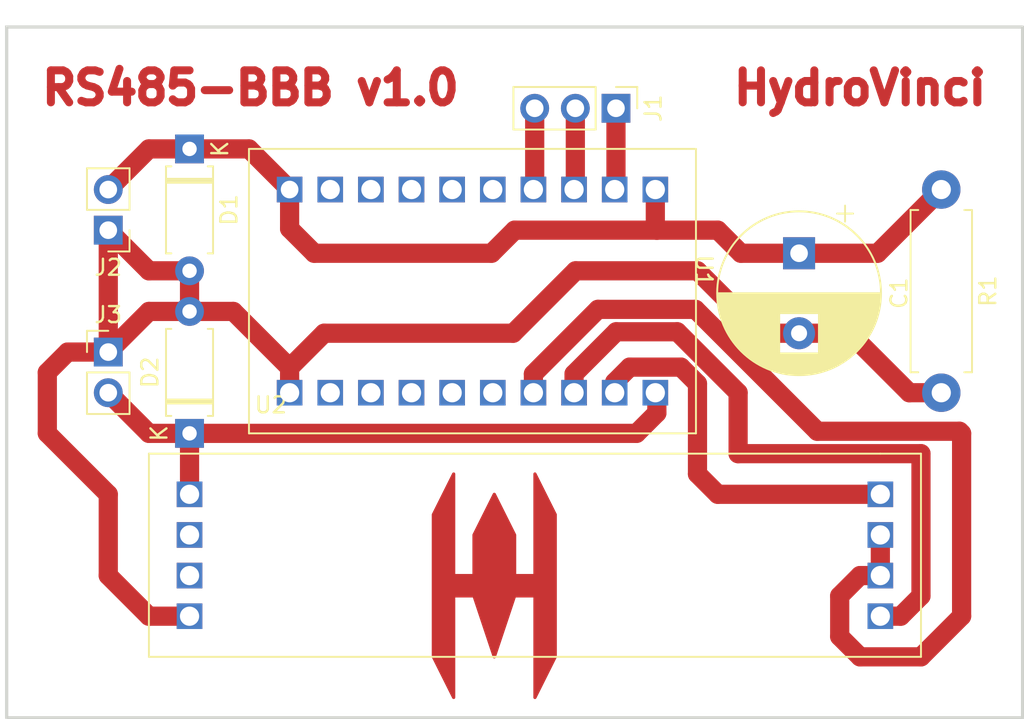
<source format=kicad_pcb>
(kicad_pcb (version 20211014) (generator pcbnew)
  (layers (0 "F.Cu" signal) (31 "B.Cu" signal) (34 "B.Paste" user) (35 "F.Paste" user) (36 "B.SilkS" user "B.Silkscreen") (37 "F.SilkS" user "F.Silkscreen") (38 "B.Mask" user) (39 "F.Mask" user) (44 "Edge.Cuts" user))
  (net 0 "")
  (net 1 "+3.3V")
  (net 2 "GND")
  (net 3 "Net-(J1-Pad1)")
  (net 4 "Net-(J1-Pad2)")
  (net 5 "Net-(J1-Pad3)")
  (net 6 "+5V")
  (net 7 "/TX")
  (net 8 "/RX")
  (net 9 "/ENABLE")
  (footprint "Connector_PinHeader_2.54mm:PinHeader_1x02_P2.54mm_Vertical" (layer "F.Cu") (at 153.67 106.68 180)
    (fp_text reference "J2" (at 0 -2.33) (layer "F.SilkS"))
    (fp_text value "Conn_01x02_Male")
    (fp_line (start -1.33 1.27) (end 1.33 1.27) (layer "F.SilkS") (width 0.12))
    (fp_line (start -1.33 1.27) (end -1.33 3.87) (layer "F.SilkS") (width 0.12))
    (fp_line (start -1.33 -1.33) (end 0 -1.33) (layer "F.SilkS") (width 0.12))
    (fp_line (start -1.33 0) (end -1.33 -1.33) (layer "F.SilkS") (width 0.12))
    (fp_line (start -1.33 3.87) (end 1.33 3.87) (layer "F.SilkS") (width 0.12))
    (fp_line (start 1.33 1.27) (end 1.33 3.87) (layer "F.SilkS") (width 0.12))
    (pad "1" thru_hole rect (at 0 0 180) (size 1.8 1.8) (drill 1.1) (layers *.Cu *.Mask) (net 2 "GND"))
    (pad "2" thru_hole oval (at 0 2.54 180) (size 1.8 1.8) (drill 1.1) (layers *.Cu *.Mask) (net 1 "+3.3V"))
  )
  (footprint "Diode_THT:D_A-405_P7.62mm_Horizontal" (layer "F.Cu") (at 158.75 101.6 -90)
    (fp_text reference "D1" (at 3.81 -2.47 90) (layer "F.SilkS"))
    (fp_text value "D")
    (fp_text user "K" (at 0 -1.9 90) (layer "F.SilkS"))
    (fp_line (start 1.09 -1.47) (end 6.53 -1.47) (layer "F.SilkS") (width 0.12))
    (fp_line (start 1.09 1.14) (end 1.09 1.47) (layer "F.SilkS") (width 0.12))
    (fp_line (start 2.11 -1.47) (end 2.11 1.47) (layer "F.SilkS") (width 0.12))
    (fp_line (start 1.09 1.47) (end 6.53 1.47) (layer "F.SilkS") (width 0.12))
    (fp_line (start 1.87 -1.47) (end 1.87 1.47) (layer "F.SilkS") (width 0.12))
    (fp_line (start 1.99 -1.47) (end 1.99 1.47) (layer "F.SilkS") (width 0.12))
    (fp_line (start 1.09 -1.14) (end 1.09 -1.47) (layer "F.SilkS") (width 0.12))
    (fp_line (start 6.53 -1.47) (end 6.53 -1.14) (layer "F.SilkS") (width 0.12))
    (fp_line (start 6.53 1.47) (end 6.53 1.14) (layer "F.SilkS") (width 0.12))
    (pad "1" thru_hole rect (at 0 0 270) (size 1.8 1.8) (drill 0.9) (layers *.Cu *.Mask) (net 1 "+3.3V"))
    (pad "2" thru_hole oval (at 7.62 0 270) (size 1.8 1.8) (drill 0.9) (layers *.Cu *.Mask) (net 2 "GND"))
  )
  (footprint "Resistor_THT:R_Axial_DIN0411_L9.9mm_D3.6mm_P12.70mm_Horizontal" (layer "F.Cu") (at 205.74 104.14 -90)
    (fp_text reference "R1" (at 6.35 -2.92 90) (layer "F.SilkS"))
    (fp_text value "R")
    (fp_line (start 11.42 -1.92) (end 11.42 -1.44) (layer "F.SilkS") (width 0.12))
    (fp_line (start 1.28 -1.92) (end 11.42 -1.92) (layer "F.SilkS") (width 0.12))
    (fp_line (start 1.28 1.92) (end 11.42 1.92) (layer "F.SilkS") (width 0.12))
    (fp_line (start 1.28 1.44) (end 1.28 1.92) (layer "F.SilkS") (width 0.12))
    (fp_line (start 11.42 1.92) (end 11.42 1.44) (layer "F.SilkS") (width 0.12))
    (fp_line (start 1.28 -1.44) (end 1.28 -1.92) (layer "F.SilkS") (width 0.12))
    (pad "1" thru_hole circle (at 0 0 270) (size 2.4 2.4) (drill 1.2) (layers *.Cu *.Mask) (net 1 "+3.3V"))
    (pad "2" thru_hole oval (at 12.7 0 270) (size 2.4 2.4) (drill 1.2) (layers *.Cu *.Mask) (net 2 "GND"))
  )
  (footprint "custom:D0010" (layer "F.Cu") (at 190.405 109.22 -90)
    (fp_text reference "U1" (at 0 -0.5 -90 unlocked) (layer "F.SilkS"))
    (fp_text value "D0010")
    (fp_line (start 10.16 27.94) (end -7.62 27.94) (layer "F.SilkS") (width 0.12))
    (fp_line (start -7.62 0) (end 10.16 0) (layer "F.SilkS") (width 0.12))
    (fp_line (start 10.16 0) (end 10.16 27.94) (layer "F.SilkS") (width 0.12))
    (fp_line (start -7.62 27.94) (end -7.62 0) (layer "F.SilkS") (width 0.12))
    (pad "1" thru_hole rect (at -5.08 2.54 270) (size 1.6 1.6) (drill 1.2) (layers *.Cu *.Mask) (net 1 "+3.3V"))
    (pad "2" thru_hole rect (at -5.08 5.08 270) (size 1.6 1.6) (drill 1.2) (layers *.Cu *.Mask) (net 3 "Net-(J1-Pad1)"))
    (pad "3" thru_hole rect (at -5.08 7.62 270) (size 1.6 1.6) (drill 1.2) (layers *.Cu *.Mask) (net 4 "Net-(J1-Pad2)"))
    (pad "4" thru_hole rect (at -5.08 10.16 270) (size 1.6 1.6) (drill 1.2) (layers *.Cu *.Mask) (net 5 "Net-(J1-Pad3)"))
    (pad "5" thru_hole rect (at -5.08 12.7 270) (size 1.6 1.6) (drill 1.2) (layers *.Cu *.Mask))
    (pad "6" thru_hole rect (at -5.08 15.24 270) (size 1.6 1.6) (drill 1.2) (layers *.Cu *.Mask))
    (pad "7" thru_hole rect (at -5.08 17.78 270) (size 1.6 1.6) (drill 1.2) (layers *.Cu *.Mask))
    (pad "8" thru_hole rect (at -5.08 20.32 270) (size 1.6 1.6) (drill 1.2) (layers *.Cu *.Mask))
    (pad "9" thru_hole rect (at -5.08 22.86 270) (size 1.6 1.6) (drill 1.2) (layers *.Cu *.Mask))
    (pad "10" thru_hole rect (at -5.08 25.4 270) (size 1.6 1.6) (drill 1.1) (layers *.Cu *.Mask) (net 1 "+3.3V"))
    (pad "11" thru_hole rect (at 7.62 2.54 270) (size 1.6 1.6) (drill 1.2) (layers *.Cu *.Mask) (net 6 "+5V"))
    (pad "12" thru_hole rect (at 7.62 5.08 270) (size 1.6 1.6) (drill 1.2) (layers *.Cu *.Mask) (net 7 "/TX"))
    (pad "13" thru_hole rect (at 7.62 7.62 270) (size 1.6 1.6) (drill 1.2) (layers *.Cu *.Mask) (net 8 "/RX"))
    (pad "14" thru_hole rect (at 7.62 10.16 270) (size 1.6 1.6) (drill 1.2) (layers *.Cu *.Mask) (net 9 "/ENABLE"))
    (pad "15" thru_hole rect (at 7.62 12.7 270) (size 1.6 1.6) (drill 1.2) (layers *.Cu *.Mask))
    (pad "16" thru_hole rect (at 7.62 15.24 270) (size 1.6 1.6) (drill 1.2) (layers *.Cu *.Mask))
    (pad "17" thru_hole rect (at 7.62 17.78 270) (size 1.6 1.6) (drill 1.2) (layers *.Cu *.Mask))
    (pad "18" thru_hole rect (at 7.62 20.32 270) (size 1.6 1.6) (drill 1.2) (layers *.Cu *.Mask))
    (pad "19" thru_hole rect (at 7.62 22.86 270) (size 1.6 1.6) (drill 1.2) (layers *.Cu *.Mask))
    (pad "20" thru_hole rect (at 7.62 25.4 270) (size 1.6 1.6) (drill 1.2) (layers *.Cu *.Mask) (net 2 "GND"))
  )
  (footprint "Connector_PinHeader_2.54mm:PinHeader_1x03_P2.54mm_Vertical" (layer "F.Cu") (at 185.405 99.06 -90)
    (fp_text reference "J1" (at 0 -2.33 90) (layer "F.SilkS"))
    (fp_text value "Conn_01x03_Male")
    (fp_line (start -1.33 0) (end -1.33 -1.33) (layer "F.SilkS") (width 0.12))
    (fp_line (start -1.33 -1.33) (end 0 -1.33) (layer "F.SilkS") (width 0.12))
    (fp_line (start -1.33 6.41) (end 1.33 6.41) (layer "F.SilkS") (width 0.12))
    (fp_line (start 1.33 1.27) (end 1.33 6.41) (layer "F.SilkS") (width 0.12))
    (fp_line (start -1.33 1.27) (end -1.33 6.41) (layer "F.SilkS") (width 0.12))
    (fp_line (start -1.33 1.27) (end 1.33 1.27) (layer "F.SilkS") (width 0.12))
    (pad "1" thru_hole rect (at 0 0 270) (size 1.8 1.8) (drill 1.1) (layers *.Cu *.Mask) (net 3 "Net-(J1-Pad1)"))
    (pad "2" thru_hole oval (at 0 2.54 270) (size 1.8 1.8) (drill 1.1) (layers *.Cu *.Mask) (net 4 "Net-(J1-Pad2)"))
    (pad "3" thru_hole oval (at 0 5.08 270) (size 1.8 1.8) (drill 1.1) (layers *.Cu *.Mask) (net 5 "Net-(J1-Pad3)"))
  )
  (footprint "Capacitor_THT:CP_Radial_D10.0mm_P5.00mm" (layer "F.Cu") (at 196.85 108.1223 -90)
    (fp_text reference "C1" (at 2.5 -6.25 90) (layer "F.SilkS"))
    (fp_text value "C")
    (fp_line (start 5.581 1.241) (end 5.581 4.05) (layer "F.SilkS") (width 0.12))
    (fp_line (start 4.541 1.241) (end 4.541 4.657) (layer "F.SilkS") (width 0.12))
    (fp_line (start 6.741 -2.83) (end 6.741 2.83) (layer "F.SilkS") (width 0.12))
    (fp_line (start 5.061 1.241) (end 5.061 4.395) (layer "F.SilkS") (width 0.12))
    (fp_line (start 2.78 -5.073) (end 2.78 5.073) (layer "F.SilkS") (width 0.12))
    (fp_line (start 3.981 -4.862) (end 3.981 -1.241) (layer "F.SilkS") (width 0.12))
    (fp_line (start 4.781 1.241) (end 4.781 4.545) (layer "F.SilkS") (width 0.12))
    (fp_line (start 3.301 -5.018) (end 3.301 5.018) (layer "F.SilkS") (width 0.12))
    (fp_line (start 4.741 1.241) (end 4.741 4.564) (layer "F.SilkS") (width 0.12))
    (fp_line (start 7.101 -2.209) (end 7.101 2.209) (layer "F.SilkS") (width 0.12))
    (fp_line (start 3.02 -5.054) (end 3.02 5.054) (layer "F.SilkS") (width 0.12))
    (fp_line (start 6.101 1.241) (end 6.101 3.601) (layer "F.SilkS") (width 0.12))
    (fp_line (start 3.901 -4.885) (end 3.901 -1.241) (layer "F.SilkS") (width 0.12))
    (fp_line (start 6.221 -3.478) (end 6.221 -1.241) (layer "F.SilkS") (width 0.12))
    (fp_line (start 2.62 -5.079) (end 2.62 5.079) (layer "F.SilkS") (width 0.12))
    (fp_line (start 4.261 1.241) (end 4.261 4.768) (layer "F.SilkS") (width 0.12))
    (fp_line (start 7.261 -1.846) (end 7.261 1.846) (layer "F.SilkS") (width 0.12))
    (fp_line (start 3.541 -4.974) (end 3.541 4.974) (layer "F.SilkS") (width 0.12))
    (fp_line (start 5.381 -4.194) (end 5.381 -1.241) (layer "F.SilkS") (width 0.12))
    (fp_line (start 4.061 1.241) (end 4.061 4.837) (layer "F.SilkS") (width 0.12))
    (fp_line (start 2.54 -5.08) (end 2.54 5.08) (layer "F.SilkS") (width 0.12))
    (fp_line (start 5.141 1.241) (end 5.141 4.347) (layer "F.SilkS") (width 0.12))
    (fp_line (start 5.701 1.241) (end 5.701 3.957) (layer "F.SilkS") (width 0.12))
    (fp_line (start 5.261 -4.273) (end 5.261 -1.241) (layer "F.SilkS") (width 0.12))
    (fp_line (start 3.981 1.241) (end 3.981 4.862) (layer "F.SilkS") (width 0.12))
    (fp_line (start 6.901 -2.579) (end 6.901 2.579) (layer "F.SilkS") (width 0.12))
    (fp_line (start 2.9 -5.065) (end 2.9 5.065) (layer "F.SilkS") (width 0.12))
    (fp_line (start 4.621 1.241) (end 4.621 4.621) (layer "F.SilkS") (width 0.12))
    (fp_line (start 5.341 -4.221) (end 5.341 -1.241) (layer "F.SilkS") (width 0.12))
    (fp_line (start 5.181 1.241) (end 5.181 4.323) (layer "F.SilkS") (width 0.12))
    (fp_line (start 6.261 -3.436) (end 6.261 3.436) (layer "F.SilkS") (width 0.12))
    (fp_line (start 2.94 -5.062) (end 2.94 5.062) (layer "F.SilkS") (width 0.12))
    (fp_line (start 5.941 -3.753) (end 5.941 -1.241) (layer "F.SilkS") (width 0.12))
    (fp_line (start 5.261 1.241) (end 5.261 4.273) (layer "F.SilkS") (width 0.12))
    (fp_line (start 4.701 -4.584) (end 4.701 -1.241) (layer "F.SilkS") (width 0.12))
    (fp_line (start 6.021 -3.679) (end 6.021 -1.241) (layer "F.SilkS") (width 0.12))
    (fp_line (start 3.421 -4.997) (end 3.421 4.997) (layer "F.SilkS") (width 0.12))
    (fp_line (start 6.381 -3.301) (end 6.381 3.301) (layer "F.SilkS") (width 0.12))
    (fp_line (start 4.661 -4.603) (end 4.661 -1.241) (layer "F.SilkS") (width 0.12))
    (fp_line (start 5.661 -3.989) (end 5.661 -1.241) (layer "F.SilkS") (width 0.12))
    (fp_line (start 7.541 -0.862) (end 7.541 0.862) (layer "F.SilkS") (width 0.12))
    (fp_line (start 4.581 -4.639) (end 4.581 -1.241) (layer "F.SilkS") (width 0.12))
    (fp_line (start 3.18 -5.035) (end 3.18 5.035) (layer "F.SilkS") (width 0.12))
    (fp_line (start 7.221 -1.944) (end 7.221 1.944) (layer "F.SilkS") (width 0.12))
    (fp_line (start 5.981 -3.716) (end 5.981 -1.241) (layer "F.SilkS") (width 0.12))
    (fp_line (start 4.461 1.241) (end 4.461 4.69) (layer "F.SilkS") (width 0.12))
    (fp_line (start 4.021 -4.85) (end 4.021 -1.241) (layer "F.SilkS") (width 0.12))
    (fp_line (start 5.421 -4.166) (end 5.421 -1.241) (layer "F.SilkS") (width 0.12))
    (fp_line (start 3.341 -5.011) (end 3.341 5.011) (layer "F.SilkS") (width 0.12))
    (fp_line (start 4.101 1.241) (end 4.101 4.824) (layer "F.SilkS") (width 0.12))
    (fp_line (start 6.221 1.241) (end 6.221 3.478) (layer "F.SilkS") (width 0.12))
    (fp_line (start 4.461 -4.69) (end 4.461 -1.241) (layer "F.SilkS") (width 0.12))
    (fp_line (start 4.101 -4.824) (end 4.101 -1.241) (layer "F.SilkS") (width 0.12))
    (fp_line (start 6.061 1.241) (end 6.061 3.64) (layer "F.SilkS") (width 0.12))
    (fp_line (start 4.501 1.241) (end 4.501 4.674) (layer "F.SilkS") (width 0.12))
    (fp_line (start 4.661 1.241) (end 4.661 4.603) (layer "F.SilkS") (width 0.12))
    (fp_line (start 3.581 -4.965) (end 3.581 4.965) (layer "F.SilkS") (width 0.12))
    (fp_line (start 4.181 -4.797) (end 4.181 -1.241) (layer "F.SilkS") (width 0.12))
    (fp_line (start 6.621 -3) (end 6.621 3) (layer "F.SilkS") (width 0.12))
    (fp_line (start 3.861 1.241) (end 3.861 4.897) (layer "F.SilkS") (width 0.12))
    (fp_line (start 3.701 -4.938) (end 3.701 4.938) (layer "F.SilkS") (width 0.12))
    (fp_line (start 5.341 1.241) (end 5.341 4.221) (layer "F.SilkS") (width 0.12))
    (fp_line (start -2.979646 -2.875) (end -1.979646 -2.875) (layer "F.SilkS") (width 0.12))
    (fp_line (start 4.141 1.241) (end 4.141 4.811) (layer "F.SilkS") (width 0.12))
    (fp_line (start 4.141 -4.811) (end 4.141 -1.241) (layer "F.SilkS") (width 0.12))
    (fp_line (start 6.461 -3.206) (end 6.461 3.206) (layer "F.SilkS") (width 0.12))
    (fp_line (start 4.861 -4.504) (end 4.861 -1.241) (layer "F.SilkS") (width 0.12))
    (fp_line (start 5.021 1.241) (end 5.021 4.417) (layer "F.SilkS") (width 0.12))
    (fp_line (start 7.581 -0.599) (end 7.581 0.599) (layer "F.SilkS") (width 0.12))
    (fp_line (start 3.941 1.241) (end 3.941 4.874) (layer "F.SilkS") (width 0.12))
    (fp_line (start 5.541 -4.08) (end 5.541 -1.241) (layer "F.SilkS") (width 0.12))
    (fp_line (start 2.58 -5.08) (end 2.58 5.08) (layer "F.SilkS") (width 0.12))
    (fp_line (start 3.781 1.241) (end 3.781 4.918) (layer "F.SilkS") (width 0.12))
    (fp_line (start 3.741 -4.928) (end 3.741 4.928) (layer "F.SilkS") (width 0.12))
    (fp_line (start 4.861 1.241) (end 4.861 4.504) (layer "F.SilkS") (width 0.12))
    (fp_line (start 4.941 1.241) (end 4.941 4.462) (layer "F.SilkS") (width 0.12))
    (fp_line (start 7.461 -1.23) (end 7.461 1.23) (layer "F.SilkS") (width 0.12))
    (fp_line (start 6.861 -2.645) (end 6.861 2.645) (layer "F.SilkS") (width 0.12))
    (fp_line (start 3.381 -5.004) (end 3.381 5.004) (layer "F.SilkS") (width 0.12))
    (fp_line (start 5.781 -3.892) (end 5.781 -1.241) (layer "F.SilkS") (width 0.12))
    (fp_line (start 6.941 -2.51) (end 6.941 2.51) (layer "F.SilkS") (width 0.12))
    (fp_line (start 7.141 -2.125) (end 7.141 2.125) (layer "F.SilkS") (width 0.12))
    (fp_line (start 5.621 1.241) (end 5.621 4.02) (layer "F.SilkS") (width 0.12))
    (fp_line (start 5.661 1.241) (end 5.661 3.989) (layer "F.SilkS") (width 0.12))
    (fp_line (start 4.421 -4.707) (end 4.421 -1.241) (layer "F.SilkS") (width 0.12))
    (fp_line (start 4.821 -4.525) (end 4.821 -1.241) (layer "F.SilkS") (width 0.12))
    (fp_line (start 3.821 1.241) (end 3.821 4.907) (layer "F.SilkS") (width 0.12))
    (fp_line (start 4.501 -4.674) (end 4.501 -1.241) (layer "F.SilkS") (width 0.12))
    (fp_line (start 4.061 -4.837) (end 4.061 -1.241) (layer "F.SilkS") (width 0.12))
    (fp_line (start 6.021 1.241) (end 6.021 3.679) (layer "F.SilkS") (width 0.12))
    (fp_line (start 2.82 -5.07) (end 2.82 5.07) (layer "F.SilkS") (width 0.12))
    (fp_line (start 7.021 -2.365) (end 7.021 2.365) (layer "F.SilkS") (width 0.12))
    (fp_line (start 6.301 -3.392) (end 6.301 3.392) (layer "F.SilkS") (width 0.12))
    (fp_line (start 6.341 -3.347) (end 6.341 3.347) (layer "F.SilkS") (width 0.12))
    (fp_line (start 3.621 -4.956) (end 3.621 4.956) (layer "F.SilkS") (width 0.12))
    (fp_line (start 6.101 -3.601) (end 6.101 -1.241) (layer "F.SilkS") (width 0.12))
    (fp_line (start 5.501 1.241) (end 5.501 4.11) (layer "F.SilkS") (width 0.12))
    (fp_line (start 2.86 -5.068) (end 2.86 5.068) (layer "F.SilkS") (width 0.12))
    (fp_line (start 4.021 1.241) (end 4.021 4.85) (layer "F.SilkS") (width 0.12))
    (fp_line (start 4.541 -4.657) (end 4.541 -1.241) (layer "F.SilkS") (width 0.12))
    (fp_line (start 6.821 -2.709) (end 6.821 2.709) (layer "F.SilkS") (width 0.12))
    (fp_line (start 5.421 1.241) (end 5.421 4.166) (layer "F.SilkS") (width 0.12))
    (fp_line (start 4.301 1.241) (end 4.301 4.754) (layer "F.SilkS") (width 0.12))
    (fp_line (start 2.5 -5.08) (end 2.5 5.08) (layer "F.SilkS") (width 0.12))
    (fp_line (start 4.821 1.241) (end 4.821 4.525) (layer "F.SilkS") (width 0.12))
    (fp_line (start 4.221 1.241) (end 4.221 4.783) (layer "F.SilkS") (width 0.12))
    (fp_line (start -2.479646 -3.375) (end -2.479646 -2.375) (layer "F.SilkS") (width 0.12))
    (fp_line (start 5.701 -3.957) (end 5.701 -1.241) (layer "F.SilkS") (width 0.12))
    (fp_line (start 3.501 -4.982) (end 3.501 4.982) (layer "F.SilkS") (width 0.12))
    (fp_line (start 4.981 -4.44) (end 4.981 -1.241) (layer "F.SilkS") (width 0.12))
    (fp_line (start 4.741 -4.564) (end 4.741 -1.241) (layer "F.SilkS") (width 0.12))
    (fp_line (start 7.501 -1.062) (end 7.501 1.062) (layer "F.SilkS") (width 0.12))
    (fp_line (start 3.14 -5.04) (end 3.14 5.04) (layer "F.SilkS") (width 0.12))
    (fp_line (start 7.341 -1.63) (end 7.341 1.63) (layer "F.SilkS") (width 0.12))
    (fp_line (start 5.821 1.241) (end 5.821 3.858) (layer "F.SilkS") (width 0.12))
    (fp_line (start 4.341 -4.738) (end 4.341 -1.241) (layer "F.SilkS") (width 0.12))
    (fp_line (start 5.941 1.241) (end 5.941 3.753) (layer "F.SilkS") (width 0.12))
    (fp_line (start 6.061 -3.64) (end 6.061 -1.241) (layer "F.SilkS") (width 0.12))
    (fp_line (start 3.261 -5.024) (end 3.261 5.024) (layer "F.SilkS") (width 0.12))
    (fp_line (start 6.141 -3.561) (end 6.141 -1.241) (layer "F.SilkS") (width 0.12))
    (fp_line (start 5.101 1.241) (end 5.101 4.371) (layer "F.SilkS") (width 0.12))
    (fp_line (start 5.061 -4.395) (end 5.061 -1.241) (layer "F.SilkS") (width 0.12))
    (fp_line (start 6.701 -2.889) (end 6.701 2.889) (layer "F.SilkS") (width 0.12))
    (fp_line (start 5.221 1.241) (end 5.221 4.298) (layer "F.SilkS") (width 0.12))
    (fp_line (start 4.181 1.241) (end 4.181 4.797) (layer "F.SilkS") (width 0.12))
    (fp_line (start 3.461 -4.99) (end 3.461 4.99) (layer "F.SilkS") (width 0.12))
    (fp_line (start 4.261 -4.768) (end 4.261 -1.241) (layer "F.SilkS") (width 0.12))
    (fp_line (start 5.301 1.241) (end 5.301 4.247) (layer "F.SilkS") (width 0.12))
    (fp_line (start 5.021 -4.417) (end 5.021 -1.241) (layer "F.SilkS") (width 0.12))
    (fp_line (start 4.381 -4.723) (end 4.381 -1.241) (layer "F.SilkS") (width 0.12))
    (fp_line (start 3.06 -5.05) (end 3.06 5.05) (layer "F.SilkS") (width 0.12))
    (fp_line (start 6.581 -3.054) (end 6.581 3.054) (layer "F.SilkS") (width 0.12))
    (fp_line (start 6.181 1.241) (end 6.181 3.52) (layer "F.SilkS") (width 0.12))
    (fp_line (start 7.061 -2.289) (end 7.061 2.289) (layer "F.SilkS") (width 0.12))
    (fp_line (start 7.421 -1.378) (end 7.421 1.378) (layer "F.SilkS") (width 0.12))
    (fp_line (start 3.901 1.241) (end 3.901 4.885) (layer "F.SilkS") (width 0.12))
    (fp_line (start 3.941 -4.874) (end 3.941 -1.241) (layer "F.SilkS") (width 0.12))
    (fp_line (start 2.74 -5.075) (end 2.74 5.075) (layer "F.SilkS") (width 0.12))
    (fp_line (start 3.661 -4.947) (end 3.661 4.947) (layer "F.SilkS") (width 0.12))
    (fp_line (start 2.66 -5.078) (end 2.66 5.078) (layer "F.SilkS") (width 0.12))
    (fp_line (start 6.421 -3.254) (end 6.421 3.254) (layer "F.SilkS") (width 0.12))
    (fp_line (start 5.141 -4.347) (end 5.141 -1.241) (layer "F.SilkS") (width 0.12))
    (fp_line (start 6.541 -3.106) (end 6.541 3.106) (layer "F.SilkS") (width 0.12))
    (fp_line (start 5.621 -4.02) (end 5.621 -1.241) (layer "F.SilkS") (width 0.12))
    (fp_line (start 4.301 -4.754) (end 4.301 -1.241) (layer "F.SilkS") (width 0.12))
    (fp_line (start 5.501 -4.11) (end 5.501 -1.241) (layer "F.SilkS") (width 0.12))
    (fp_line (start 6.981 -2.439) (end 6.981 2.439) (layer "F.SilkS") (width 0.12))
    (fp_line (start 7.301 -1.742) (end 7.301 1.742) (layer "F.SilkS") (width 0.12))
    (fp_line (start 6.141 1.241) (end 6.141 3.561) (layer "F.SilkS") (width 0.12))
    (fp_line (start 4.901 1.241) (end 4.901 4.483) (layer "F.SilkS") (width 0.12))
    (fp_line (start 5.461 -4.138) (end 5.461 -1.241) (layer "F.SilkS") (width 0.12))
    (fp_line (start 7.181 -2.037) (end 7.181 2.037) (layer "F.SilkS") (width 0.12))
    (fp_line (start 4.581 1.241) (end 4.581 4.639) (layer "F.SilkS") (width 0.12))
    (fp_line (start 5.901 -3.789) (end 5.901 -1.241) (layer "F.SilkS") (width 0.12))
    (fp_line (start 3.221 -5.03) (end 3.221 5.03) (layer "F.SilkS") (width 0.12))
    (fp_line (start 5.581 -4.05) (end 5.581 -1.241) (layer "F.SilkS") (width 0.12))
    (fp_line (start 6.661 -2.945) (end 6.661 2.945) (layer "F.SilkS") (width 0.12))
    (fp_line (start 3.1 -5.045) (end 3.1 5.045) (layer "F.SilkS") (width 0.12))
    (fp_line (start 4.781 -4.545) (end 4.781 -1.241) (layer "F.SilkS") (width 0.12))
    (fp_line (start 2.7 -5.077) (end 2.7 5.077) (layer "F.SilkS") (width 0.12))
    (fp_line (start 5.821 -3.858) (end 5.821 -1.241) (layer "F.SilkS") (width 0.12))
    (fp_line (start 4.701 1.241) (end 4.701 4.584) (layer "F.SilkS") (width 0.12))
    (fp_line (start 4.981 1.241) (end 4.981 4.44) (layer "F.SilkS") (width 0.12))
    (fp_line (start 3.821 -4.907) (end 3.821 -1.241) (layer "F.SilkS") (width 0.12))
    (fp_line (start 5.861 1.241) (end 5.861 3.824) (layer "F.SilkS") (width 0.12))
    (fp_line (start 5.741 1.241) (end 5.741 3.925) (layer "F.SilkS") (width 0.12))
    (fp_line (start 5.781 1.241) (end 5.781 3.892) (layer "F.SilkS") (width 0.12))
    (fp_line (start 4.941 -4.462) (end 4.941 -1.241) (layer "F.SilkS") (width 0.12))
    (fp_line (start 6.501 -3.156) (end 6.501 3.156) (layer "F.SilkS") (width 0.12))
    (fp_line (start 2.98 -5.058) (end 2.98 5.058) (layer "F.SilkS") (width 0.12))
    (fp_line (start 5.861 -3.824) (end 5.861 -1.241) (layer "F.SilkS") (width 0.12))
    (fp_line (start 6.781 -2.77) (end 6.781 2.77) (layer "F.SilkS") (width 0.12))
    (fp_line (start 4.221 -4.783) (end 4.221 -1.241) (layer "F.SilkS") (width 0.12))
    (fp_line (start 3.781 -4.918) (end 3.781 -1.241) (layer "F.SilkS") (width 0.12))
    (fp_line (start 5.181 -4.323) (end 5.181 -1.241) (layer "F.SilkS") (width 0.12))
    (fp_line (start 6.181 -3.52) (end 6.181 -1.241) (layer "F.SilkS") (width 0.12))
    (fp_line (start 5.981 1.241) (end 5.981 3.716) (layer "F.SilkS") (width 0.12))
    (fp_line (start 4.901 -4.483) (end 4.901 -1.241) (layer "F.SilkS") (width 0.12))
    (fp_line (start 4.341 1.241) (end 4.341 4.738) (layer "F.SilkS") (width 0.12))
    (fp_line (start 5.741 -3.925) (end 5.741 -1.241) (layer "F.SilkS") (width 0.12))
    (fp_line (start 3.861 -4.897) (end 3.861 -1.241) (layer "F.SilkS") (width 0.12))
    (fp_line (start 5.461 1.241) (end 5.461 4.138) (layer "F.SilkS") (width 0.12))
    (fp_line (start 5.301 -4.247) (end 5.301 -1.241) (layer "F.SilkS") (width 0.12))
    (fp_line (start 5.541 1.241) (end 5.541 4.08) (layer "F.SilkS") (width 0.12))
    (fp_line (start 4.621 -4.621) (end 4.621 -1.241) (layer "F.SilkS") (width 0.12))
    (fp_line (start 5.381 1.241) (end 5.381 4.194) (layer "F.SilkS") (width 0.12))
    (fp_line (start 5.901 1.241) (end 5.901 3.789) (layer "F.SilkS") (width 0.12))
    (fp_line (start 4.381 1.241) (end 4.381 4.723) (layer "F.SilkS") (width 0.12))
    (fp_line (start 5.221 -4.298) (end 5.221 -1.241) (layer "F.SilkS") (width 0.12))
    (fp_line (start 4.421 1.241) (end 4.421 4.707) (layer "F.SilkS") (width 0.12))
    (fp_line (start 7.381 -1.51) (end 7.381 1.51) (layer "F.SilkS") (width 0.12))
    (fp_line (start 5.101 -4.371) (end 5.101 -1.241) (layer "F.SilkS") (width 0.12))
    (fp_circle (center 2.5 0) (end 7.62 0) (layer "F.SilkS") (width 0.12) (fill none))
    (pad "1" thru_hole rect (at 0 0 270) (size 2 2) (drill 1.1) (layers *.Cu *.Mask) (net 1 "+3.3V"))
    (pad "2" thru_hole circle (at 5 0 270) (size 2 2) (drill 1) (layers *.Cu *.Mask) (net 2 "GND"))
  )
  (footprint "Diode_THT:D_A-405_P7.62mm_Horizontal" (layer "F.Cu") (at 158.75 119.38 90)
    (fp_text reference "D2" (at 3.81 -2.47 90) (layer "F.SilkS"))
    (fp_text value "D")
    (fp_text user "K" (at 0 -1.9 90) (layer "F.SilkS"))
    (fp_line (start 1.09 -1.47) (end 6.53 -1.47) (layer "F.SilkS") (width 0.12))
    (fp_line (start 6.53 -1.47) (end 6.53 -1.14) (layer "F.SilkS") (width 0.12))
    (fp_line (start 6.53 1.47) (end 6.53 1.14) (layer "F.SilkS") (width 0.12))
    (fp_line (start 1.09 -1.14) (end 1.09 -1.47) (layer "F.SilkS") (width 0.12))
    (fp_line (start 1.99 -1.47) (end 1.99 1.47) (layer "F.SilkS") (width 0.12))
    (fp_line (start 1.87 -1.47) (end 1.87 1.47) (layer "F.SilkS") (width 0.12))
    (fp_line (start 1.09 1.47) (end 6.53 1.47) (layer "F.SilkS") (width 0.12))
    (fp_line (start 1.09 1.14) (end 1.09 1.47) (layer "F.SilkS") (width 0.12))
    (fp_line (start 2.11 -1.47) (end 2.11 1.47) (layer "F.SilkS") (width 0.12))
    (pad "1" thru_hole rect (at 0 0 90) (size 1.8 1.8) (drill 0.9) (layers *.Cu *.Mask) (net 6 "+5V"))
    (pad "2" thru_hole oval (at 7.62 0 90) (size 1.8 1.8) (drill 0.9) (layers *.Cu *.Mask) (net 2 "GND"))
  )
  (footprint "custom:MAX485" (layer "F.Cu") (at 163.83 118.11)
    (fp_text reference "U2" (at 0 -0.5 unlocked) (layer "F.SilkS"))
    (fp_text value "MAX485")
    (fp_line (start 38.1 2.54) (end 40.64 2.54) (layer "F.SilkS") (width 0.12))
    (fp_line (start 40.64 15.24) (end -7.62 15.24) (layer "F.SilkS") (width 0.12))
    (fp_line (start 40.64 2.54) (end 40.64 15.24) (layer "F.SilkS") (width 0.12))
    (fp_line (start -7.62 15.24) (end -7.62 2.54) (layer "F.SilkS") (width 0.12))
    (fp_line (start -7.62 2.54) (end 38.1 2.54) (layer "F.SilkS") (width 0.12))
    (pad "1" thru_hole rect (at -5.08 5.08) (size 1.6 1.6) (drill 1.2) (layers *.Cu *.Mask) (net 6 "+5V"))
    (pad "2" thru_hole rect (at -5.08 7.62) (size 1.6 1.6) (drill 1.2) (layers *.Cu *.Mask))
    (pad "3" thru_hole rect (at -5.08 10.16) (size 1.6 1.6) (drill 1.2) (layers *.Cu *.Mask))
    (pad "4" thru_hole rect (at -5.08 12.7) (size 1.6 1.6) (drill 1.2) (layers *.Cu *.Mask) (net 2 "GND"))
    (pad "5" thru_hole rect (at 38.1 5.08) (size 1.6 1.6) (drill 1.2) (layers *.Cu *.Mask) (net 7 "/TX"))
    (pad "6" thru_hole rect (at 38.1 7.62) (size 1.6 1.6) (drill 1.2) (layers *.Cu *.Mask) (net 9 "/ENABLE"))
    (pad "7" thru_hole rect (at 38.1 10.16) (size 1.6 1.6) (drill 1.2) (layers *.Cu *.Mask) (net 9 "/ENABLE"))
    (pad "8" thru_hole rect (at 38.1 12.7) (size 1.6 1.6) (drill 1.2) (layers *.Cu *.Mask) (net 8 "/RX"))
  )
  (footprint "Connector_PinHeader_2.54mm:PinHeader_1x02_P2.54mm_Vertical" (layer "F.Cu") (at 153.67 114.3)
    (fp_text reference "J3" (at 0 -2.33) (layer "F.SilkS"))
    (fp_text value "Conn_01x02_Male")
    (fp_line (start -1.33 -1.33) (end 0 -1.33) (layer "F.SilkS") (width 0.12))
    (fp_line (start -1.33 1.27) (end -1.33 3.87) (layer "F.SilkS") (width 0.12))
    (fp_line (start 1.33 1.27) (end 1.33 3.87) (layer "F.SilkS") (width 0.12))
    (fp_line (start -1.33 3.87) (end 1.33 3.87) (layer "F.SilkS") (width 0.12))
    (fp_line (start -1.33 1.27) (end 1.33 1.27) (layer "F.SilkS") (width 0.12))
    (fp_line (start -1.33 0) (end -1.33 -1.33) (layer "F.SilkS") (width 0.12))
    (pad "1" thru_hole rect (at 0 0) (size 1.8 1.8) (drill 1.1) (layers *.Cu *.Mask) (net 2 "GND"))
    (pad "2" thru_hole oval (at 0 2.54) (size 1.8 1.8) (drill 1.1) (layers *.Cu *.Mask) (net 6 "+5V"))
  )
  (gr_poly (pts (xy 181.61 124.46) (xy 181.61 133.35) (xy 180.34 135.89) (xy 180.34 129.54) (xy 179.07 129.54) (xy 177.8 133.35) (xy 176.53 129.54) (xy 175.26 129.54) (xy 175.26 135.89) (xy 173.99 133.35) (xy 173.99 124.46) (xy 175.26 121.92) (xy 175.26 128.27) (xy 176.53 128.27) (xy 176.53 125.73) (xy 177.8 123.19) (xy 179.07 125.73) (xy 179.07 128.27) (xy 180.34 128.27) (xy 180.34 121.92)) (layer "F.Cu") (width 0.2) (fill solid))
  (gr_rect (start 147.32 93.98) (end 210.82 137.16) (layer "Edge.Cuts") (width 0.2) (fill none))
  (gr_text "HydroVinci" (at 200.66 97.79) (layer "F.Cu") (effects (font (size 2 2) (thickness 0.5))))
  (gr_text "RS485-BBB v1.0" (at 162.56 97.79) (layer "F.Cu") (effects (font (size 2 2) (thickness 0.5))))
  (segment (start 196.85 108.1223) (end 193.2123 108.1223) (width 1.2) (layer "F.Cu") (net 1))
  (segment (start 187.865 104.14) (end 187.865 106.585) (width 1.2) (layer "F.Cu") (net 1))
  (segment (start 193.2123 108.1223) (end 191.77 106.68) (width 1.2) (layer "F.Cu") (net 1))
  (segment (start 158.75 101.6) (end 162.465 101.6) (width 1.2) (layer "F.Cu") (net 1))
  (segment (start 179.07 106.68) (end 177.6277 108.1223) (width 1.2) (layer "F.Cu") (net 1))
  (segment (start 153.67 104.14) (end 156.21 101.6) (width 1.2) (layer "F.Cu") (net 1))
  (segment (start 166.5423 108.1223) (end 165.005 106.585) (width 1.2) (layer "F.Cu") (net 1))
  (segment (start 165.005 106.585) (end 165.005 104.14) (width 1.2) (layer "F.Cu") (net 1))
  (segment (start 187.865 106.585) (end 187.96 106.68) (width 1.2) (layer "F.Cu") (net 1))
  (segment (start 156.21 101.6) (end 158.75 101.6) (width 1.2) (layer "F.Cu") (net 1))
  (segment (start 201.7577 108.1223) (end 196.85 108.1223) (width 1.2) (layer "F.Cu") (net 1))
  (segment (start 177.6277 108.1223) (end 166.5423 108.1223) (width 1.2) (layer "F.Cu") (net 1))
  (segment (start 162.465 101.6) (end 165.005 104.14) (width 1.2) (layer "F.Cu") (net 1))
  (segment (start 187.96 106.68) (end 179.07 106.68) (width 1.2) (layer "F.Cu") (net 1))
  (segment (start 205.74 104.14) (end 201.7577 108.1223) (width 1.2) (layer "F.Cu") (net 1))
  (segment (start 191.77 106.68) (end 187.96 106.68) (width 1.2) (layer "F.Cu") (net 1))
  (segment (start 156.21 130.81) (end 158.75 130.81) (width 1.2) (layer "F.Cu") (net 2))
  (segment (start 178.9777 113.1223) (end 167.1604 113.1223) (width 1.2) (layer "F.Cu") (net 2))
  (segment (start 151.13 114.3) (end 149.86 115.57) (width 1.2) (layer "F.Cu") (net 2))
  (segment (start 196.85 113.1223) (end 194.4023 113.1223) (width 1.2) (layer "F.Cu") (net 2))
  (segment (start 205.74 116.84) (end 203.7397 116.84) (width 1.2) (layer "F.Cu") (net 2))
  (segment (start 196.85 113.1223) (end 200.022 113.1223) (width 1.2) (layer "F.Cu") (net 2))
  (segment (start 153.67 106.68) (end 153.67 114.3) (width 1.2) (layer "F.Cu") (net 2))
  (segment (start 156.21 111.76) (end 153.67 114.3) (width 1.2) (layer "F.Cu") (net 2))
  (segment (start 167.1604 113.1223) (end 165.005 115.2777) (width 1.2) (layer "F.Cu") (net 2))
  (segment (start 158.75 109.22) (end 158.75 111.76) (width 1.2) (layer "F.Cu") (net 2))
  (segment (start 194.4023 113.1223) (end 190.5 109.22) (width 1.2) (layer "F.Cu") (net 2))
  (segment (start 158.75 111.76) (end 161.4873 111.76) (width 1.2) (layer "F.Cu") (net 2))
  (segment (start 153.67 114.3) (end 151.13 114.3) (width 1.2) (layer "F.Cu") (net 2))
  (segment (start 153.67 106.68) (end 156.21 109.22) (width 1.2) (layer "F.Cu") (net 2))
  (segment (start 149.86 115.57) (end 149.86 119.38) (width 1.2) (layer "F.Cu") (net 2))
  (segment (start 153.67 123.19) (end 153.67 128.27) (width 1.2) (layer "F.Cu") (net 2))
  (segment (start 190.5 109.22) (end 182.88 109.22) (width 1.2) (layer "F.Cu") (net 2))
  (segment (start 156.21 109.22) (end 158.75 109.22) (width 1.2) (layer "F.Cu") (net 2))
  (segment (start 153.67 128.27) (end 156.21 130.81) (width 1.2) (layer "F.Cu") (net 2))
  (segment (start 200.022 113.1223) (end 203.7397 116.84) (width 1.2) (layer "F.Cu") (net 2))
  (segment (start 165.005 116.0588) (end 165.005 115.2777) (width 1.2) (layer "F.Cu") (net 2))
  (segment (start 165.005 116.0588) (end 165.005 116.84) (width 1.2) (layer "F.Cu") (net 2))
  (segment (start 182.88 109.22) (end 178.9777 113.1223) (width 1.2) (layer "F.Cu") (net 2))
  (segment (start 149.86 119.38) (end 153.67 123.19) (width 1.2) (layer "F.Cu") (net 2))
  (segment (start 158.75 111.76) (end 156.21 111.76) (width 1.2) (layer "F.Cu") (net 2))
  (segment (start 161.4873 111.76) (end 165.005 115.2777) (width 1.2) (layer "F.Cu") (net 2))
  (segment (start 185.405 99.06) (end 185.405 104.06) (width 1.2) (layer "F.Cu") (net 3))
  (segment (start 185.405 104.06) (end 185.325 104.14) (width 1.2) (layer "F.Cu") (net 3))
  (segment (start 182.865 99.06) (end 182.865 104.06) (width 1.2) (layer "F.Cu") (net 4))
  (segment (start 182.865 104.06) (end 182.785 104.14) (width 1.2) (layer "F.Cu") (net 4))
  (segment (start 180.325 99.06) (end 180.325 104.06) (width 1.2) (layer "F.Cu") (net 5))
  (segment (start 180.325 104.06) (end 180.245 104.14) (width 1.2) (layer "F.Cu") (net 5))
  (segment (start 153.67 116.84) (end 156.21 119.38) (width 1.2) (layer "F.Cu") (net 6))
  (segment (start 186.69 119.38) (end 187.96 118.11) (width 1.2) (layer "F.Cu") (net 6))
  (segment (start 156.21 119.38) (end 158.75 119.38) (width 1.2) (layer "F.Cu") (net 6))
  (segment (start 158.75 119.38) (end 186.69 119.38) (width 1.2) (layer "F.Cu") (net 6))
  (segment (start 158.75 119.38) (end 158.75 123.19) (width 1.2) (layer "F.Cu") (net 6))
  (segment (start 187.96 118.11) (end 187.96 116.935) (width 1.2) (layer "F.Cu") (net 6))
  (segment (start 187.96 116.935) (end 187.865 116.84) (width 1.2) (layer "F.Cu") (net 6))
  (segment (start 186.265 115.24) (end 189.465 115.24) (width 1.2) (layer "F.Cu") (net 7))
  (segment (start 185.325 116.84) (end 185.325 116.18) (width 1.2) (layer "F.Cu") (net 7))
  (segment (start 191.77 123.19) (end 201.93 123.19) (width 1.2) (layer "F.Cu") (net 7))
  (segment (start 185.325 116.18) (end 186.265 115.24) (width 1.2) (layer "F.Cu") (net 7))
  (segment (start 190.5 121.92) (end 191.77 123.19) (width 1.2) (layer "F.Cu") (net 7))
  (segment (start 189.465 115.24) (end 190.5 116.275) (width 1.2) (layer "F.Cu") (net 7))
  (segment (start 190.5 116.275) (end 190.5 121.92) (width 1.2) (layer "F.Cu") (net 7))
  (segment (start 201.93 130.81) (end 203.2 130.81) (width 1.2) (layer "F.Cu") (net 8))
  (segment (start 203.2 130.81) (end 204.47 129.54) (width 1.2) (layer "F.Cu") (net 8))
  (segment (start 193.04 120.65) (end 193.04 116.835102) (width 1.2) (layer "F.Cu") (net 8))
  (segment (start 204.47 120.65) (end 193.04 120.65) (width 1.2) (layer "F.Cu") (net 8))
  (segment (start 204.47 129.54) (end 204.47 120.65) (width 1.2) (layer "F.Cu") (net 8))
  (segment (start 193.04 116.835102) (end 189.234898 113.03) (width 1.2) (layer "F.Cu") (net 8))
  (segment (start 182.785 115.665) (end 182.785 116.84) (width 1.2) (layer "F.Cu") (net 8))
  (segment (start 189.234898 113.03) (end 185.42 113.03) (width 1.2) (layer "F.Cu") (net 8))
  (segment (start 185.42 113.03) (end 182.785 115.665) (width 1.2) (layer "F.Cu") (net 8))
  (segment (start 207.01 119.38) (end 207.01 130.81) (width 1.2) (layer "F.Cu") (net 9))
  (segment (start 206.88 119.25) (end 207.01 119.38) (width 1.2) (layer "F.Cu") (net 9))
  (segment (start 199.39 132.08) (end 199.39 129.54) (width 1.2) (layer "F.Cu") (net 9))
  (segment (start 180.245 116.84) (end 180.245 115.665) (width 1.2) (layer "F.Cu") (net 9))
  (segment (start 184.28 111.63) (end 190.37 111.63) (width 1.2) (layer "F.Cu") (net 9))
  (segment (start 201.93 128.27) (end 201.93 125.73) (width 1.2) (layer "F.Cu") (net 9))
  (segment (start 199.39 129.54) (end 200.66 128.27) (width 1.2) (layer "F.Cu") (net 9))
  (segment (start 197.99 119.25) (end 206.88 119.25) (width 1.2) (layer "F.Cu") (net 9))
  (segment (start 190.37 111.63) (end 197.99 119.25) (width 1.2) (layer "F.Cu") (net 9))
  (segment (start 204.47 133.35) (end 200.66 133.35) (width 1.2) (layer "F.Cu") (net 9))
  (segment (start 207.01 130.81) (end 204.47 133.35) (width 1.2) (layer "F.Cu") (net 9))
  (segment (start 200.66 128.27) (end 201.93 128.27) (width 1.2) (layer "F.Cu") (net 9))
  (segment (start 180.245 115.665) (end 184.28 111.63) (width 1.2) (layer "F.Cu") (net 9))
  (segment (start 200.66 133.35) (end 199.39 132.08) (width 1.2) (layer "F.Cu") (net 9))
)
</source>
